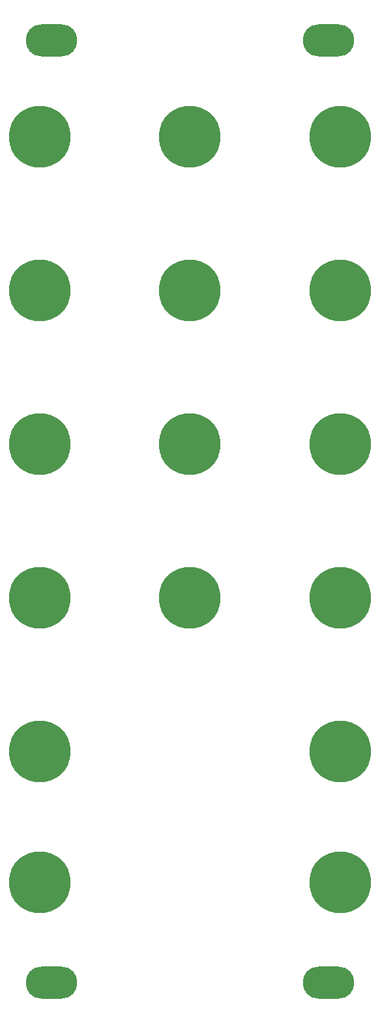
<source format=gtl>
G04 #@! TF.GenerationSoftware,KiCad,Pcbnew,8.0.6-8.0.6-0~ubuntu22.04.1*
G04 #@! TF.CreationDate,2025-02-02T18:21:29+01:00*
G04 #@! TF.ProjectId,Drumbox,4472756d-626f-4782-9e6b-696361645f70,rev?*
G04 #@! TF.SameCoordinates,Original*
G04 #@! TF.FileFunction,Copper,L1,Top*
G04 #@! TF.FilePolarity,Positive*
%FSLAX46Y46*%
G04 Gerber Fmt 4.6, Leading zero omitted, Abs format (unit mm)*
G04 Created by KiCad (PCBNEW 8.0.6-8.0.6-0~ubuntu22.04.1) date 2025-02-02 18:21:29*
%MOMM*%
%LPD*%
G01*
G04 APERTURE LIST*
G04 #@! TA.AperFunction,ComponentPad*
%ADD10O,6.700000X4.200000*%
G04 #@! TD*
G04 #@! TA.AperFunction,ViaPad*
%ADD11C,8.000000*%
G04 #@! TD*
G04 APERTURE END LIST*
D10*
X177400000Y-27800000D03*
X213400000Y-27800000D03*
X177400000Y-150300000D03*
X213400000Y-150300000D03*
D11*
X175899999Y-137300000D03*
X214900001Y-100300000D03*
X175899999Y-60300000D03*
X214900001Y-120250000D03*
X175900000Y-120250000D03*
X175900000Y-40300000D03*
X195399999Y-60300000D03*
X214900000Y-80300000D03*
X214900001Y-40300000D03*
X175900000Y-100300000D03*
X214900000Y-60300000D03*
X195399999Y-80300000D03*
X214900001Y-137300000D03*
X195400000Y-40300000D03*
X175899999Y-80300000D03*
X195400000Y-100300000D03*
M02*

</source>
